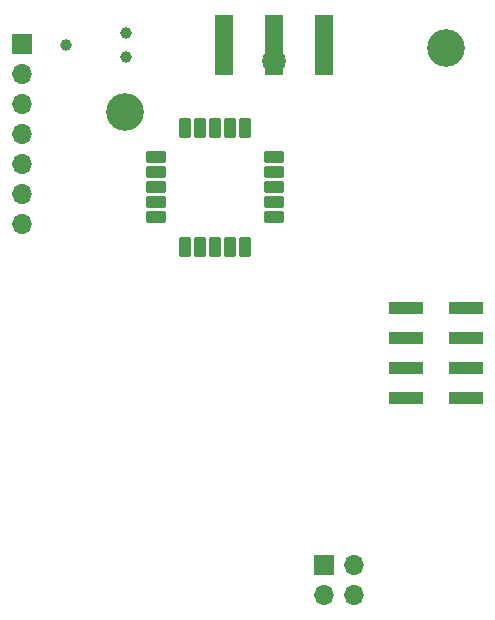
<source format=gbs>
G04 #@! TF.GenerationSoftware,KiCad,Pcbnew,7.0.7*
G04 #@! TF.CreationDate,2023-11-16T10:28:39+01:00*
G04 #@! TF.ProjectId,ithowifi_4l,6974686f-7769-4666-995f-346c2e6b6963,rev?*
G04 #@! TF.SameCoordinates,Original*
G04 #@! TF.FileFunction,Soldermask,Bot*
G04 #@! TF.FilePolarity,Negative*
%FSLAX46Y46*%
G04 Gerber Fmt 4.6, Leading zero omitted, Abs format (unit mm)*
G04 Created by KiCad (PCBNEW 7.0.7) date 2023-11-16 10:28:39*
%MOMM*%
%LPD*%
G01*
G04 APERTURE LIST*
G04 Aperture macros list*
%AMRoundRect*
0 Rectangle with rounded corners*
0 $1 Rounding radius*
0 $2 $3 $4 $5 $6 $7 $8 $9 X,Y pos of 4 corners*
0 Add a 4 corners polygon primitive as box body*
4,1,4,$2,$3,$4,$5,$6,$7,$8,$9,$2,$3,0*
0 Add four circle primitives for the rounded corners*
1,1,$1+$1,$2,$3*
1,1,$1+$1,$4,$5*
1,1,$1+$1,$6,$7*
1,1,$1+$1,$8,$9*
0 Add four rect primitives between the rounded corners*
20,1,$1+$1,$2,$3,$4,$5,0*
20,1,$1+$1,$4,$5,$6,$7,0*
20,1,$1+$1,$6,$7,$8,$9,0*
20,1,$1+$1,$8,$9,$2,$3,0*%
G04 Aperture macros list end*
%ADD10R,1.700000X1.700000*%
%ADD11O,1.700000X1.700000*%
%ADD12C,3.200000*%
%ADD13C,0.990600*%
%ADD14C,2.000000*%
%ADD15R,3.000000X1.000000*%
%ADD16R,1.500000X5.080000*%
%ADD17RoundRect,0.101600X-0.400000X0.750000X-0.400000X-0.750000X0.400000X-0.750000X0.400000X0.750000X0*%
%ADD18RoundRect,0.101600X0.400000X0.750000X-0.400000X0.750000X-0.400000X-0.750000X0.400000X-0.750000X0*%
%ADD19RoundRect,0.101600X0.750000X0.400000X-0.750000X0.400000X-0.750000X-0.400000X0.750000X-0.400000X0*%
%ADD20RoundRect,0.101600X-0.750000X-0.400000X0.750000X-0.400000X0.750000X0.400000X-0.750000X0.400000X0*%
%ADD21RoundRect,0.101600X-0.750000X0.400000X-0.750000X-0.400000X0.750000X-0.400000X0.750000X0.400000X0*%
G04 APERTURE END LIST*
D10*
X85725000Y-107797600D03*
D11*
X85725000Y-110337600D03*
X85725000Y-112877600D03*
X85725000Y-115417600D03*
X85725000Y-117957600D03*
X85725000Y-120497600D03*
X85725000Y-123037600D03*
D12*
X94488000Y-113538000D03*
D10*
X111292000Y-151928000D03*
D11*
X113832000Y-151928000D03*
X111292000Y-154468000D03*
X113832000Y-154468000D03*
D13*
X94576000Y-108917400D03*
X89496000Y-107901400D03*
X94576000Y-106885400D03*
D14*
X107100780Y-109251460D03*
D12*
X121630000Y-108120000D03*
D15*
X123293500Y-137807500D03*
X118253500Y-137807500D03*
X123293500Y-135267500D03*
X118253500Y-135267500D03*
X123293500Y-132727500D03*
X118253500Y-132727500D03*
X123293500Y-130187500D03*
X118253500Y-130187500D03*
D16*
X107100000Y-107848400D03*
X102850000Y-107848400D03*
X111350000Y-107848400D03*
D17*
X99560000Y-114950000D03*
D18*
X100829990Y-114950000D03*
D17*
X102100000Y-114950000D03*
X103370000Y-114950000D03*
X104640000Y-114950000D03*
D19*
X107100000Y-117410000D03*
D20*
X107100000Y-118679990D03*
X107100000Y-119950000D03*
X107100000Y-121220000D03*
X107100000Y-122490000D03*
D17*
X104640000Y-124950000D03*
X103370000Y-124950000D03*
X102100000Y-124950000D03*
X100829990Y-124950000D03*
X99560000Y-124950000D03*
D21*
X97100000Y-122490000D03*
D19*
X97100000Y-121220000D03*
X97100000Y-119950000D03*
X97100000Y-118679990D03*
X97100000Y-117410000D03*
M02*

</source>
